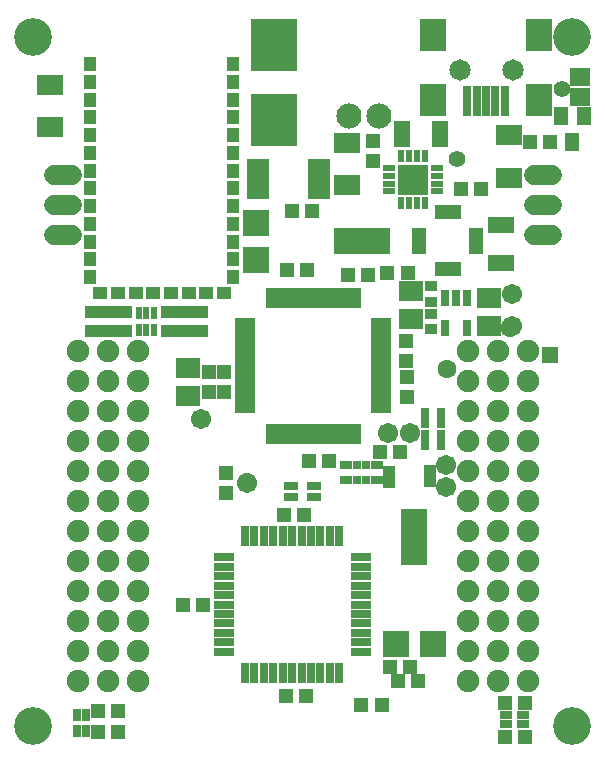
<source format=gts>
G75*
G70*
%OFA0B0*%
%FSLAX24Y24*%
%IPPOS*%
%LPD*%
%AMOC8*
5,1,8,0,0,1.08239X$1,22.5*
%
%ADD10R,0.0513X0.0474*%
%ADD11R,0.0198X0.0710*%
%ADD12R,0.0710X0.0198*%
%ADD13R,0.0789X0.0690*%
%ADD14R,0.0434X0.0356*%
%ADD15R,0.0474X0.0513*%
%ADD16C,0.0580*%
%ADD17R,0.0907X0.0671*%
%ADD18R,0.0480X0.0280*%
%ADD19R,0.0316X0.0316*%
%ADD20R,0.0395X0.0316*%
%ADD21R,0.0671X0.0277*%
%ADD22R,0.0277X0.0671*%
%ADD23R,0.0316X0.0395*%
%ADD24C,0.0753*%
%ADD25R,0.0867X0.0867*%
%ADD26R,0.1852X0.0867*%
%ADD27R,0.0867X0.1852*%
%ADD28R,0.0395X0.0749*%
%ADD29C,0.0631*%
%ADD30R,0.0297X0.0552*%
%ADD31C,0.0840*%
%ADD32R,0.0198X0.0395*%
%ADD33R,0.0198X0.0415*%
%ADD34R,0.0277X0.0986*%
%ADD35R,0.0867X0.1064*%
%ADD36C,0.0714*%
%ADD37C,0.0680*%
%ADD38R,0.1580X0.1749*%
%ADD39R,0.1024X0.1024*%
%ADD40R,0.0218X0.0395*%
%ADD41R,0.0395X0.0218*%
%ADD42R,0.0552X0.0867*%
%ADD43R,0.0867X0.0552*%
%ADD44R,0.0513X0.0867*%
%ADD45R,0.0867X0.0513*%
%ADD46R,0.0474X0.0631*%
%ADD47R,0.0474X0.0434*%
%ADD48R,0.0434X0.0474*%
%ADD49R,0.0671X0.0592*%
%ADD50R,0.0780X0.1320*%
%ADD51C,0.0674*%
%ADD52C,0.1261*%
%ADD53C,0.0556*%
%ADD54R,0.0556X0.0556*%
D10*
X008697Y010252D03*
X009367Y010252D03*
X010126Y013991D03*
X010126Y014660D03*
X012055Y013238D03*
X012724Y013238D03*
X012891Y015060D03*
X013560Y015060D03*
X012820Y021395D03*
X012151Y021395D03*
X012313Y023376D03*
X012982Y023376D03*
X015585Y008189D03*
X015857Y007697D03*
X016254Y008189D03*
X016526Y007697D03*
X012799Y007198D03*
X012130Y007198D03*
D11*
X012152Y015957D03*
X012349Y015957D03*
X012545Y015957D03*
X012742Y015957D03*
X012939Y015957D03*
X013136Y015957D03*
X013333Y015957D03*
X013530Y015957D03*
X013726Y015957D03*
X013923Y015957D03*
X014120Y015957D03*
X014317Y015957D03*
X014514Y015957D03*
X011955Y015957D03*
X011758Y015957D03*
X011561Y015957D03*
X011561Y020484D03*
X011758Y020484D03*
X011955Y020484D03*
X012152Y020484D03*
X012349Y020484D03*
X012545Y020484D03*
X012742Y020484D03*
X012939Y020484D03*
X013136Y020484D03*
X013333Y020484D03*
X013530Y020484D03*
X013726Y020484D03*
X013923Y020484D03*
X014120Y020484D03*
X014317Y020484D03*
X014514Y020484D03*
D12*
X015301Y019697D03*
X015301Y019500D03*
X015301Y019303D03*
X015301Y019106D03*
X015301Y018909D03*
X015301Y018712D03*
X015301Y018516D03*
X015301Y018319D03*
X015301Y018122D03*
X015301Y017925D03*
X015301Y017728D03*
X015301Y017531D03*
X015301Y017335D03*
X015301Y017138D03*
X015301Y016941D03*
X015301Y016744D03*
X010774Y016744D03*
X010774Y016941D03*
X010774Y017138D03*
X010774Y017335D03*
X010774Y017531D03*
X010774Y017728D03*
X010774Y017925D03*
X010774Y018122D03*
X010774Y018319D03*
X010774Y018516D03*
X010774Y018712D03*
X010774Y018909D03*
X010774Y019106D03*
X010774Y019303D03*
X010774Y019500D03*
X010774Y019697D03*
D13*
X008848Y018133D03*
X008848Y017208D03*
X016289Y019772D03*
X016289Y020697D03*
X018884Y020469D03*
X018884Y019544D03*
D14*
X016944Y019433D03*
X016944Y019945D03*
X016945Y020356D03*
X016945Y020867D03*
D15*
X016179Y021314D03*
X015510Y021314D03*
X014866Y021241D03*
X014196Y021241D03*
X016139Y019051D03*
X016139Y018382D03*
X016144Y017857D03*
X016144Y017187D03*
X015943Y015341D03*
X015273Y015341D03*
X010049Y017337D03*
X010049Y018006D03*
X009549Y018007D03*
X009549Y017338D03*
X015041Y025046D03*
X015041Y025715D03*
X017946Y024121D03*
X018616Y024121D03*
X020256Y025681D03*
X020926Y025681D03*
X020083Y006982D03*
X019413Y006982D03*
X019413Y005860D03*
X020083Y005860D03*
X015311Y006919D03*
X014642Y006919D03*
X006539Y006726D03*
X005870Y006726D03*
X005870Y006017D03*
X006539Y006017D03*
D16*
X019646Y020627D03*
D17*
X019549Y024490D03*
X019549Y025907D03*
X014161Y025659D03*
X014161Y024242D03*
X004271Y026172D03*
X004271Y027589D03*
D18*
X012297Y014205D03*
X012297Y013850D03*
X013045Y013850D03*
X013045Y014205D03*
D19*
X014484Y014404D03*
X014799Y014404D03*
X014799Y014916D03*
X014484Y014916D03*
X016776Y015952D03*
X016776Y016267D03*
X017288Y016267D03*
X017288Y015952D03*
D20*
X015153Y014916D03*
X015153Y014404D03*
X014130Y014404D03*
X014130Y014916D03*
X019472Y006580D03*
X019472Y006281D03*
X020023Y006281D03*
X020023Y006580D03*
D21*
X014612Y008686D03*
X014612Y009001D03*
X014612Y009316D03*
X014612Y009631D03*
X014612Y009946D03*
X014612Y010261D03*
X014612Y010576D03*
X014612Y010891D03*
X014612Y011206D03*
X014612Y011521D03*
X014612Y011836D03*
X010045Y011836D03*
X010045Y011521D03*
X010045Y011206D03*
X010045Y010891D03*
X010045Y010576D03*
X010045Y010261D03*
X010045Y009946D03*
X010045Y009631D03*
X010045Y009316D03*
X010045Y009001D03*
X010045Y008686D03*
D22*
X010754Y007977D03*
X011069Y007977D03*
X011384Y007977D03*
X011699Y007977D03*
X012014Y007977D03*
X012329Y007977D03*
X012644Y007977D03*
X012959Y007977D03*
X013274Y007977D03*
X013589Y007977D03*
X013904Y007977D03*
X013904Y012544D03*
X013589Y012544D03*
X013274Y012544D03*
X012959Y012544D03*
X012644Y012544D03*
X012329Y012544D03*
X012014Y012544D03*
X011699Y012544D03*
X011384Y012544D03*
X011069Y012544D03*
X010754Y012544D03*
D23*
X005468Y006588D03*
X005169Y006588D03*
X005169Y006037D03*
X005468Y006037D03*
X016776Y015597D03*
X017288Y015597D03*
X017288Y016621D03*
X016776Y016621D03*
D24*
X018198Y016697D03*
X018198Y017697D03*
X018198Y018697D03*
X019199Y018699D03*
X019199Y017699D03*
X019199Y016699D03*
X019199Y015699D03*
X019199Y014699D03*
X019199Y013699D03*
X019199Y012699D03*
X019199Y011699D03*
X019199Y010699D03*
X019199Y009699D03*
X019199Y008699D03*
X019199Y007699D03*
X020199Y007699D03*
X020199Y008699D03*
X020199Y009699D03*
X020199Y010699D03*
X020199Y011699D03*
X020199Y012699D03*
X020199Y013699D03*
X020199Y014699D03*
X020199Y015699D03*
X020199Y016699D03*
X020199Y017699D03*
X020199Y018699D03*
X018198Y015697D03*
X018198Y014697D03*
X018198Y013697D03*
X018198Y012697D03*
X018198Y011697D03*
X018198Y010697D03*
X018198Y009697D03*
X018198Y008697D03*
X018198Y007697D03*
X007201Y007700D03*
X007201Y008700D03*
X007201Y009700D03*
X007201Y010700D03*
X007201Y011700D03*
X007201Y012700D03*
X007201Y013700D03*
X007201Y014700D03*
X007201Y015700D03*
X007201Y016700D03*
X007201Y017700D03*
X007201Y018700D03*
X006198Y018700D03*
X006198Y017700D03*
X006198Y016700D03*
X006198Y015700D03*
X006198Y014700D03*
X006198Y013700D03*
X006198Y012700D03*
X006198Y011700D03*
X006198Y010700D03*
X006198Y009700D03*
X006198Y008700D03*
X006198Y007700D03*
X005198Y007700D03*
X005198Y008700D03*
X005198Y009700D03*
X005198Y010700D03*
X005198Y011700D03*
X005198Y012700D03*
X005198Y013700D03*
X005198Y014700D03*
X005198Y015700D03*
X005198Y016700D03*
X005198Y017700D03*
X005198Y018700D03*
D25*
X011113Y021759D03*
X011113Y022979D03*
X015791Y008950D03*
X017012Y008950D03*
D26*
X014676Y022369D03*
D27*
X016401Y012513D03*
D28*
X016913Y014541D03*
X015575Y014521D03*
D29*
X015516Y015978D03*
X016244Y015978D03*
X017445Y014915D03*
X017445Y014187D03*
X017504Y018104D03*
X019590Y019482D03*
X010815Y014344D03*
X009295Y016431D03*
D30*
X017425Y019462D03*
X017425Y020486D03*
X017799Y020486D03*
X018173Y020486D03*
X018173Y019462D03*
D31*
X015214Y026560D03*
X014214Y026560D03*
D32*
X009431Y020020D03*
X009234Y020020D03*
X009037Y020020D03*
X008841Y020020D03*
X008644Y020020D03*
X008447Y020020D03*
X008250Y020020D03*
X008053Y020020D03*
X008053Y019390D03*
X008250Y019390D03*
X008447Y019390D03*
X008644Y019390D03*
X008841Y019390D03*
X009037Y019390D03*
X009234Y019390D03*
X009431Y019390D03*
X006896Y019390D03*
X006699Y019390D03*
X006502Y019390D03*
X006305Y019390D03*
X006108Y019390D03*
X005912Y019390D03*
X005715Y019390D03*
X005518Y019390D03*
X005518Y020020D03*
X005715Y020020D03*
X005912Y020020D03*
X006108Y020020D03*
X006305Y020020D03*
X006502Y020020D03*
X006699Y020020D03*
X006896Y020020D03*
D33*
X007214Y019991D03*
X007470Y019991D03*
X007726Y019991D03*
X007726Y019420D03*
X007470Y019420D03*
X007214Y019420D03*
D34*
X018165Y027049D03*
X018480Y027049D03*
X018795Y027049D03*
X019110Y027049D03*
X019425Y027049D03*
D35*
X020547Y027088D03*
X020547Y029254D03*
X017043Y029254D03*
X017043Y027088D03*
D36*
X017929Y028072D03*
X019681Y028072D03*
D37*
X020381Y024591D02*
X020981Y024591D01*
X020981Y023591D02*
X020381Y023591D01*
X020381Y022591D02*
X020981Y022591D01*
X005001Y022591D02*
X004401Y022591D01*
X004401Y023591D02*
X005001Y023591D01*
X005001Y024591D02*
X004401Y024591D01*
D38*
X011721Y026401D03*
X011721Y028912D03*
D39*
X016361Y024421D03*
D40*
X016233Y025208D03*
X015977Y025208D03*
X016489Y025208D03*
X016745Y025208D03*
X016745Y023633D03*
X016489Y023633D03*
X016233Y023633D03*
X015977Y023633D03*
D41*
X015574Y024037D03*
X015574Y024293D03*
X015574Y024549D03*
X015574Y024804D03*
X017148Y024804D03*
X017148Y024549D03*
X017148Y024293D03*
X017148Y024037D03*
D42*
X017261Y025951D03*
X016001Y025951D03*
D43*
X019301Y022920D03*
X019301Y021661D03*
D44*
X018466Y022391D03*
X016576Y022391D03*
D45*
X017521Y023335D03*
X017521Y021446D03*
D46*
X021297Y026534D03*
X022045Y026534D03*
X021671Y025667D03*
D47*
X010066Y020652D03*
X009475Y020652D03*
X008885Y020652D03*
X008294Y020652D03*
X007704Y020652D03*
X007113Y020652D03*
X006522Y020652D03*
X005932Y020652D03*
D48*
X005609Y021180D03*
X005609Y021771D03*
X005609Y022361D03*
X005609Y022952D03*
X005609Y023542D03*
X005609Y024133D03*
X005609Y024723D03*
X005609Y025314D03*
X005609Y025904D03*
X005609Y026495D03*
X005609Y027086D03*
X005609Y027676D03*
X005609Y028267D03*
X010373Y028267D03*
X010373Y027676D03*
X010373Y027086D03*
X010373Y026495D03*
X010373Y025904D03*
X010373Y025314D03*
X010373Y024723D03*
X010373Y024133D03*
X010373Y023542D03*
X010373Y022952D03*
X010373Y022361D03*
X010373Y021771D03*
X010373Y021180D03*
D49*
X021941Y027176D03*
X021941Y027845D03*
D50*
X013231Y024441D03*
X011181Y024441D03*
D51*
X009295Y016431D03*
X010815Y014317D03*
X015516Y015978D03*
X016244Y015978D03*
X017445Y014915D03*
X017445Y014187D03*
X019646Y019541D03*
X019657Y020620D03*
D52*
X003705Y006214D03*
X003705Y029167D03*
X021657Y029167D03*
X021657Y006214D03*
D53*
X017504Y018104D03*
X017832Y025118D03*
X021311Y027451D03*
D54*
X020921Y018571D03*
M02*

</source>
